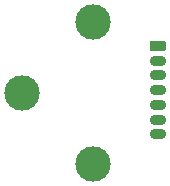
<source format=gbr>
%TF.GenerationSoftware,KiCad,Pcbnew,8.0.9*%
%TF.CreationDate,2025-07-17T23:13:56+09:00*%
%TF.ProjectId,ARTEMIS_ENC_AK,41525445-4d49-4535-9f45-4e435f414b2e,rev?*%
%TF.SameCoordinates,Original*%
%TF.FileFunction,Copper,L2,Bot*%
%TF.FilePolarity,Positive*%
%FSLAX46Y46*%
G04 Gerber Fmt 4.6, Leading zero omitted, Abs format (unit mm)*
G04 Created by KiCad (PCBNEW 8.0.9) date 2025-07-17 23:13:56*
%MOMM*%
%LPD*%
G01*
G04 APERTURE LIST*
G04 Aperture macros list*
%AMRoundRect*
0 Rectangle with rounded corners*
0 $1 Rounding radius*
0 $2 $3 $4 $5 $6 $7 $8 $9 X,Y pos of 4 corners*
0 Add a 4 corners polygon primitive as box body*
4,1,4,$2,$3,$4,$5,$6,$7,$8,$9,$2,$3,0*
0 Add four circle primitives for the rounded corners*
1,1,$1+$1,$2,$3*
1,1,$1+$1,$4,$5*
1,1,$1+$1,$6,$7*
1,1,$1+$1,$8,$9*
0 Add four rect primitives between the rounded corners*
20,1,$1+$1,$2,$3,$4,$5,0*
20,1,$1+$1,$4,$5,$6,$7,0*
20,1,$1+$1,$6,$7,$8,$9,0*
20,1,$1+$1,$8,$9,$2,$3,0*%
G04 Aperture macros list end*
%TA.AperFunction,ComponentPad*%
%ADD10RoundRect,0.225000X-0.475000X0.225000X-0.475000X-0.225000X0.475000X-0.225000X0.475000X0.225000X0*%
%TD*%
%TA.AperFunction,ComponentPad*%
%ADD11O,1.400000X0.900000*%
%TD*%
%TA.AperFunction,ViaPad*%
%ADD12C,3.000000*%
%TD*%
G04 APERTURE END LIST*
D10*
%TO.P,J1,1,Pin_1*%
%TO.N,GND*%
X53500000Y-49000000D03*
D11*
%TO.P,J1,2,Pin_2*%
%TO.N,+3V3*%
X53500000Y-50250000D03*
%TO.P,J1,3,Pin_3*%
%TO.N,/NSS_ENC*%
X53500000Y-51500000D03*
%TO.P,J1,4,Pin_4*%
%TO.N,/SPI_CLK*%
X53500000Y-52750000D03*
%TO.P,J1,5,Pin_5*%
%TO.N,/SPI_MISO*%
X53500000Y-54000000D03*
%TO.P,J1,6,Pin_6*%
%TO.N,/SPI_MOSI*%
X53500000Y-55250000D03*
%TO.P,J1,7,Pin_7*%
%TO.N,/ERROR*%
X53500000Y-56500000D03*
%TD*%
D12*
%TO.N,*%
X48000000Y-59000000D03*
X48000000Y-47000000D03*
X42000000Y-53000000D03*
%TD*%
M02*

</source>
